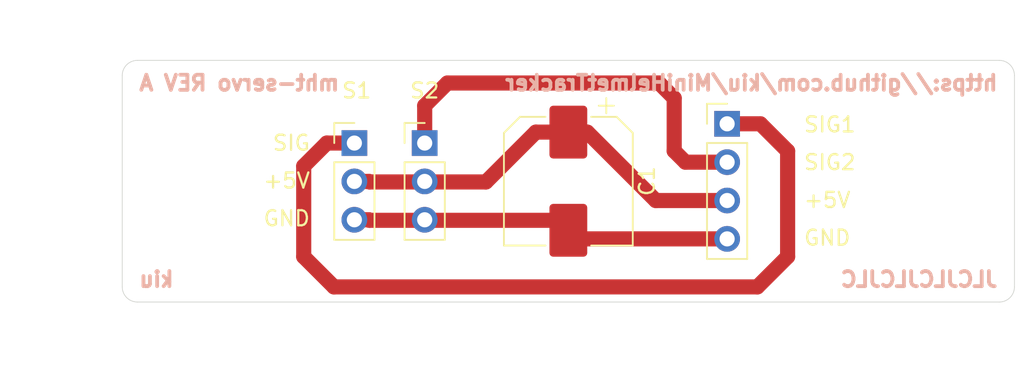
<source format=kicad_pcb>
(kicad_pcb (version 20211014) (generator pcbnew)
  (layers (0 "F.Cu" signal) (31 "B.Cu" signal) (34 "B.Paste" user) (35 "F.Paste" user) (36 "B.SilkS" user "B.Silkscreen") (37 "F.SilkS" user "F.Silkscreen") (38 "B.Mask" user) (39 "F.Mask" user) (44 "Edge.Cuts" user))
  (net 0 "")
  (net 1 "+5V")
  (net 2 "GND")
  (net 3 "SERVO1")
  (net 4 "SERVO2")
  (footprint "Mounting_Holes:MountingHole_3.2mm_M3" (layer "F.Cu") (at 132.5 75)
    (fp_text reference "H1" hide)
    (fp_text value "MountingHole")
    (pad "" np_thru_hole circle locked (at 0 0) (size 3.2 3.2) (drill 3.2) (layers *.Cu *.Mask))
  )
  (footprint "Pin_Headers:Pin_Header_Straight_1x03_Pitch2.54mm" (layer "F.Cu") (at 143.35 72.475)
    (fp_text reference "JSERVO1" hide)
    (fp_text value "Conn_01x03")
    (fp_line (start -1.33 -1.33) (end 0 -1.33) (layer "F.SilkS") (width 0.12))
    (fp_line (start -1.33 0) (end -1.33 -1.33) (layer "F.SilkS") (width 0.12))
    (fp_line (start -1.33 6.41) (end 1.33 6.41) (layer "F.SilkS") (width 0.12))
    (fp_line (start -1.33 1.27) (end -1.33 6.41) (layer "F.SilkS") (width 0.12))
    (fp_line (start 1.33 1.27) (end 1.33 6.41) (layer "F.SilkS") (width 0.12))
    (fp_line (start -1.33 1.27) (end 1.33 1.27) (layer "F.SilkS") (width 0.12))
    (pad "1" thru_hole rect locked (at 0 0) (size 1.7 1.7) (drill 1) (layers *.Cu *.Mask) (net 3 "SERVO1"))
    (pad "2" thru_hole oval locked (at 0 2.54) (size 1.7 1.7) (drill 1) (layers *.Cu *.Mask) (net 1 "+5V"))
    (pad "3" thru_hole oval locked (at 0 5.08) (size 1.7 1.7) (drill 1) (layers *.Cu *.Mask) (net 2 "GND"))
  )
  (footprint "Pin_Headers:Pin_Header_Straight_1x03_Pitch2.54mm" (layer "F.Cu") (at 148 72.475)
    (fp_text reference "JSERVO2" hide)
    (fp_text value "Conn_01x03")
    (fp_line (start 1.33 1.27) (end 1.33 6.41) (layer "F.SilkS") (width 0.12))
    (fp_line (start -1.33 6.41) (end 1.33 6.41) (layer "F.SilkS") (width 0.12))
    (fp_line (start -1.33 0) (end -1.33 -1.33) (layer "F.SilkS") (width 0.12))
    (fp_line (start -1.33 -1.33) (end 0 -1.33) (layer "F.SilkS") (width 0.12))
    (fp_line (start -1.33 1.27) (end 1.33 1.27) (layer "F.SilkS") (width 0.12))
    (fp_line (start -1.33 1.27) (end -1.33 6.41) (layer "F.SilkS") (width 0.12))
    (pad "1" thru_hole rect locked (at 0 0) (size 1.7 1.7) (drill 1) (layers *.Cu *.Mask) (net 4 "SERVO2"))
    (pad "2" thru_hole oval locked (at 0 2.54) (size 1.7 1.7) (drill 1) (layers *.Cu *.Mask) (net 1 "+5V"))
    (pad "3" thru_hole oval locked (at 0 5.08) (size 1.7 1.7) (drill 1) (layers *.Cu *.Mask) (net 2 "GND"))
  )
  (footprint "Mounting_Holes:MountingHole_3.2mm_M3" (layer "F.Cu") (at 182.5 75)
    (fp_text reference "H2" hide)
    (fp_text value "MountingHole")
    (pad "" np_thru_hole circle locked (at 0 0) (size 3.2 3.2) (drill 3.2) (layers *.Cu *.Mask))
  )
  (footprint "Capacitor_SMD:CP_Elec_8x10" (layer "F.Cu") (at 157.5 75 -90)
    (fp_text reference "C1" (at 0 -5.2 -90) (layer "F.SilkS"))
    (fp_text value "CP")
    (fp_line (start -4.26 3.195563) (end -3.195563 4.26) (layer "F.SilkS") (width 0.12))
    (fp_line (start 4.26 -4.26) (end 4.26 -1.51) (layer "F.SilkS") (width 0.12))
    (fp_line (start 4.26 4.26) (end 4.26 1.51) (layer "F.SilkS") (width 0.12))
    (fp_line (start -4.26 -3.195563) (end -3.195563 -4.26) (layer "F.SilkS") (width 0.12))
    (fp_line (start -5 -3.01) (end -5 -2.01) (layer "F.SilkS") (width 0.12))
    (fp_line (start -3.195563 -4.26) (end 4.26 -4.26) (layer "F.SilkS") (width 0.12))
    (fp_line (start -5.5 -2.51) (end -4.5 -2.51) (layer "F.SilkS") (width 0.12))
    (fp_line (start -4.26 3.195563) (end -4.26 1.51) (layer "F.SilkS") (width 0.12))
    (fp_line (start -3.195563 4.26) (end 4.26 4.26) (layer "F.SilkS") (width 0.12))
    (fp_line (start -4.26 -3.195563) (end -4.26 -1.51) (layer "F.SilkS") (width 0.12))
    (pad "1" smd roundrect locked (at -3.25 0 270) (size 3.5 2.5) (layers "F.Cu" "F.Paste" "F.Mask") (roundrect_rratio 0.1) (net 1 "+5V"))
    (pad "2" smd roundrect locked (at 3.25 0 270) (size 3.5 2.5) (layers "F.Cu" "F.Paste" "F.Mask") (roundrect_rratio 0.1) (net 2 "GND"))
  )
  (footprint "Connector_PinHeader_2.54mm:PinHeader_1x04_P2.54mm_Vertical" (layer "F.Cu") (at 168 71.2)
    (fp_text reference "J1" hide)
    (fp_text value "Screw_Terminal_01x04")
    (fp_line (start -1.33 1.27) (end -1.33 8.95) (layer "F.SilkS") (width 0.12))
    (fp_line (start -1.33 -1.33) (end 0 -1.33) (layer "F.SilkS") (width 0.12))
    (fp_line (start 1.33 1.27) (end 1.33 8.95) (layer "F.SilkS") (width 0.12))
    (fp_line (start -1.33 0) (end -1.33 -1.33) (layer "F.SilkS") (width 0.12))
    (fp_line (start -1.33 1.27) (end 1.33 1.27) (layer "F.SilkS") (width 0.12))
    (fp_line (start -1.33 8.95) (end 1.33 8.95) (layer "F.SilkS") (width 0.12))
    (pad "1" thru_hole rect locked (at 0 0) (size 1.7 1.7) (drill 1) (layers *.Cu *.Mask) (net 3 "SERVO1"))
    (pad "2" thru_hole oval locked (at 0 2.54) (size 1.7 1.7) (drill 1) (layers *.Cu *.Mask) (net 4 "SERVO2"))
    (pad "3" thru_hole oval locked (at 0 5.08) (size 1.7 1.7) (drill 1) (layers *.Cu *.Mask) (net 1 "+5V"))
    (pad "4" thru_hole oval locked (at 0 7.62) (size 1.7 1.7) (drill 1) (layers *.Cu *.Mask) (net 2 "GND"))
  )
  (gr_line (start 185.999998 67.000001) (end 129.000002 67.000001) (layer "Edge.Cuts") (width 0.05))
  (gr_arc (start 185.999998 67.000001) (mid 186.707105 67.292894) (end 186.999998 68.000001) (layer "Edge.Cuts") (width 0.05))
  (gr_line (start 187 82) (end 186.999998 68.000001) (layer "Edge.Cuts") (width 0.05))
  (gr_line (start 128.000002 68.000001) (end 128 82) (layer "Edge.Cuts") (width 0.05))
  (gr_arc (start 186.999999 81.999999) (mid 186.707106 82.707106) (end 185.999999 82.999999) (layer "Edge.Cuts") (width 0.05))
  (gr_line (start 129.000001 82.999999) (end 185.999999 82.999999) (layer "Edge.Cuts") (width 0.05))
  (gr_arc (start 129.000001 82.999999) (mid 128.292894 82.707106) (end 128.000001 81.999999) (layer "Edge.Cuts") (width 0.05))
  (gr_arc (start 128.000002 68.000001) (mid 128.292895 67.292894) (end 129.000002 67.000001) (layer "Edge.Cuts") (width 0.05))
  (gr_text "https://github.com/kiu/MiniHelmetTracker" (at 186 68.5) (layer "B.SilkS") (effects (font (size 1 1) (thickness 0.25)) (justify left mirror)))
  (gr_text "mht-servo REV A" (at 129 68.5) (layer "B.SilkS") (effects (font (size 1 1) (thickness 0.25)) (justify right mirror)))
  (gr_text "JLCJLCJLCJLC" (at 186 81.5) (layer "B.SilkS") (effects (font (size 1 1) (thickness 0.25)) (justify left mirror)))
  (gr_text "kiu" (at 129 81.5) (layer "B.SilkS") (effects (font (size 1 1) (thickness 0.25)) (justify right mirror)))
  (gr_text "GND" (at 140.5 77.465) (layer "F.SilkS") (effects (font (size 1 1)) (justify right)))
  (gr_text "SIG" (at 140.5 72.465) (layer "F.SilkS") (effects (font (size 1 1)) (justify right)))
  (gr_text "+5V" (at 140.5 74.965) (layer "F.SilkS") (effects (font (size 1 1)) (justify right)))
  (gr_text "SIG2" (at 173 73.75) (layer "F.SilkS") (effects (font (size 1 1)) (justify left)))
  (gr_text "+5V" (at 173 76.25) (layer "F.SilkS") (effects (font (size 1 1)) (justify left)))
  (gr_text "GND" (at 173 78.75) (layer "F.SilkS") (effects (font (size 1 1)) (justify left)))
  (gr_text "S1" (at 143.5 69) (layer "F.SilkS") (effects (font (size 1 1))))
  (gr_text "S2" (at 148 69) (layer "F.SilkS") (effects (font (size 1 1))))
  (gr_text "SIG1" (at 173 71.25) (layer "F.SilkS") (effects (font (size 1 1)) (justify left)))
  (segment (start 168 76.28) (end 163.28 76.28) (width 1) (layer "F.Cu") (net 1))
  (segment (start 158.75 71.75) (end 157.5 71.75) (width 1) (layer "F.Cu") (net 1))
  (segment (start 144.315 75.015) (end 144.35 75.05) (width 1) (layer "F.Cu") (net 1))
  (segment (start 163.28 76.28) (end 158.75 71.75) (width 1) (layer "F.Cu") (net 1))
  (segment (start 155.35 71.75) (end 157.5 71.75) (width 1) (layer "F.Cu") (net 1))
  (segment (start 143.35 75.015) (end 144.315 75.015) (width 1) (layer "F.Cu") (net 1))
  (segment (start 152.05 75.05) (end 155.35 71.75) (width 1) (layer "F.Cu") (net 1))
  (segment (start 144.35 75.05) (end 152.05 75.05) (width 1) (layer "F.Cu") (net 1))
  (segment (start 144.315 77.555) (end 144.35 77.59) (width 1) (layer "F.Cu") (net 2))
  (segment (start 168 78.82) (end 158.07 78.82) (width 1) (layer "F.Cu") (net 2))
  (segment (start 156.84 77.59) (end 157.5 78.25) (width 1) (layer "F.Cu") (net 2))
  (segment (start 158.07 78.82) (end 157.5 78.25) (width 1) (layer "F.Cu") (net 2))
  (segment (start 143.35 77.555) (end 144.315 77.555) (width 1) (layer "F.Cu") (net 2))
  (segment (start 144.35 77.59) (end 156.84 77.59) (width 1) (layer "F.Cu") (net 2))
  (segment (start 142 82) (end 170 82) (width 1) (layer "F.Cu") (net 3))
  (segment (start 143.35 72.475) (end 141.525 72.475) (width 1) (layer "F.Cu") (net 3))
  (segment (start 141.525 72.475) (end 140 74) (width 1) (layer "F.Cu") (net 3))
  (segment (start 140 74) (end 140 80) (width 1) (layer "F.Cu") (net 3))
  (segment (start 140 80) (end 142 82) (width 1) (layer "F.Cu") (net 3))
  (segment (start 170.2 71.2) (end 168 71.2) (width 1) (layer "F.Cu") (net 3))
  (segment (start 170 82) (end 172 80) (width 1) (layer "F.Cu") (net 3))
  (segment (start 172 80) (end 172 73) (width 1) (layer "F.Cu") (net 3))
  (segment (start 172 73) (end 170.2 71.2) (width 1) (layer "F.Cu") (net 3))
  (segment (start 165.24 73.74) (end 168 73.74) (width 1) (layer "F.Cu") (net 4))
  (segment (start 164.5 73) (end 165.24 73.74) (width 1) (layer "F.Cu") (net 4))
  (segment (start 164.5 69.5) (end 164.5 73) (width 1) (layer "F.Cu") (net 4))
  (segment (start 149.5 68.5) (end 163.5 68.5) (width 1) (layer "F.Cu") (net 4))
  (segment (start 148 70) (end 149.5 68.5) (width 1) (layer "F.Cu") (net 4))
  (segment (start 148 72.475) (end 148 70) (width 1) (layer "F.Cu") (net 4))
  (segment (start 163.5 68.5) (end 164.5 69.5) (width 1) (layer "F.Cu") (net 4))
)
</source>
